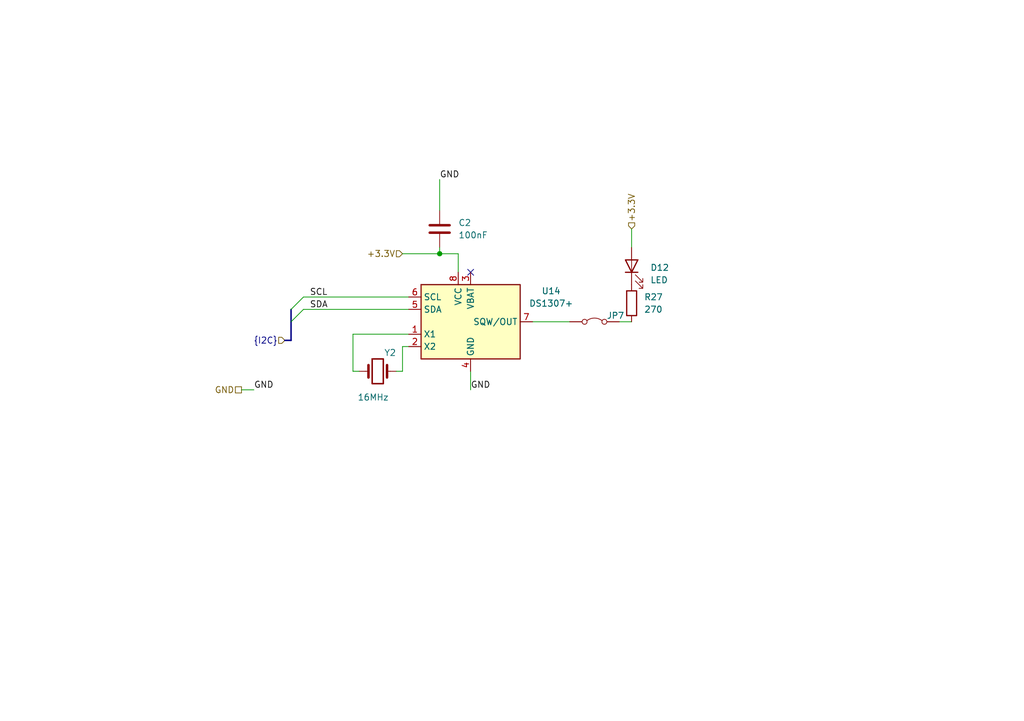
<source format=kicad_sch>
(kicad_sch (version 20231120) (generator "eeschema") (generator_version "8.0")
  (paper "A5")
  (title_block (title "RTC") (date "2024-08-29") (rev "1.0") (company "Designed by CREPP-NLG"))
  (lib_symbols
    (symbol "Device:C" (pin_numbers hide) (pin_names (offset 0.254))
      (property "Reference" "C" (at 0.635 2.54 0))
      (property "Value" "C" (at 0.635 -2.54 0))
      (symbol "C_0_1"
        (polyline (pts (xy -2.032 -0.762) (xy 2.032 -0.762)) (stroke (width 0.508)))
        (polyline (pts (xy -2.032 0.762) (xy 2.032 0.762)) (stroke (width 0.508)))
      )
      (symbol "C_1_1"
        (pin passive line (at 0 3.81 270) (length 2.794) (name "~") (number "1"))
        (pin passive line (at 0 -3.81 90) (length 2.794) (name "~") (number "2"))
      )
    )
    (symbol "Device:Crystal" (pin_numbers hide) (pin_names (offset 1.016) hide)
      (property "Reference" "Y" (at 0 3.81 0))
      (property "Value" "Crystal" (at 0 -3.81 0))
      (symbol "Crystal_0_1"
        (rectangle (start -1.143 2.54) (end 1.143 -2.54) (stroke (width 0.3048)))
        (polyline (pts (xy -2.54 0) (xy -1.905 0)))
        (polyline (pts (xy -1.905 -1.27) (xy -1.905 1.27)) (stroke (width 0.508)))
        (polyline (pts (xy 1.905 -1.27) (xy 1.905 1.27)) (stroke (width 0.508)))
        (polyline (pts (xy 2.54 0) (xy 1.905 0)))
      )
      (symbol "Crystal_1_1"
        (pin passive line (at -3.81 0 0) (length 1.27) (name "1") (number "1"))
        (pin passive line (at 3.81 0 180) (length 1.27) (name "2") (number "2"))
      )
    )
    (symbol "Device:LED" (pin_numbers hide) (pin_names (offset 1.016) hide)
      (property "Reference" "D" (at 0 2.54 0))
      (property "Value" "LED" (at 0 -2.54 0))
      (symbol "LED_0_1"
        (polyline (pts (xy -1.27 -1.27) (xy -1.27 1.27)) (stroke (width 0.254)))
        (polyline (pts (xy -1.27 0) (xy 1.27 0)))
        (polyline (pts (xy 1.27 -1.27) (xy 1.27 1.27) (xy -1.27 0) (xy 1.27 -1.27)) (stroke (width 0.254)))
        (polyline (pts (xy -3.048 -0.762) (xy -4.572 -2.286) (xy -3.81 -2.286) (xy -4.572 -2.286) (xy -4.572 -1.524)))
        (polyline (pts (xy -1.778 -0.762) (xy -3.302 -2.286) (xy -2.54 -2.286) (xy -3.302 -2.286) (xy -3.302 -1.524)))
      )
      (symbol "LED_1_1"
        (pin passive line (at -3.81 0 0) (length 2.54) (name "K") (number "1"))
        (pin passive line (at 3.81 0 180) (length 2.54) (name "A") (number "2"))
      )
    )
    (symbol "Device:R" (pin_numbers hide) (pin_names (offset 0))
      (property "Reference" "R" (at 2.032 0 90))
      (property "Value" "R" (at 0 0 90))
      (symbol "R_0_1"
        (rectangle (start -1.016 -2.54) (end 1.016 2.54) (stroke (width 0.254)))
      )
      (symbol "R_1_1"
        (pin passive line (at 0 3.81 270) (length 1.27) (name "~") (number "1"))
        (pin passive line (at 0 -3.81 90) (length 1.27) (name "~") (number "2"))
      )
    )
    (symbol "Jumper:Jumper_2_Bridged" (pin_numbers hide) (pin_names (offset 0) hide) (exclude_from_sim yes)
      (property "Reference" "JP" (at 0 1.905 0))
      (property "Value" "Jumper_2_Bridged" (at 0 -2.54 0))
      (symbol "Jumper_2_Bridged_0_0"
        (circle (center -2.032 0) (radius 0.508))
        (circle (center 2.032 0) (radius 0.508))
      )
      (symbol "Jumper_2_Bridged_0_1"
        (arc (start 1.524 0.254) (mid 0 0.762) (end -1.524 0.254))
      )
      (symbol "Jumper_2_Bridged_1_1"
        (pin passive line (at -5.08 0 0) (length 2.54) (name "A") (number "1"))
        (pin passive line (at 5.08 0 180) (length 2.54) (name "B") (number "2"))
      )
    )
    (symbol "Timer_RTC:DS1307+"
      (property "Reference" "U" (at -8.89 8.89 0))
      (property "Value" "DS1307+" (at 1.27 8.89 0))
      (symbol "DS1307+_0_1"
        (rectangle (start -10.16 7.62) (end 10.16 -7.62) (stroke (width 0.254)) (fill (type background)))
      )
      (symbol "DS1307+_1_1"
        (pin input line (at -12.7 -2.54 0) (length 2.54) (name "X1") (number "1"))
        (pin input line (at -12.7 -5.08 0) (length 2.54) (name "X2") (number "2"))
        (pin power_in line (at 0 10.16 270) (length 2.54) (name "VBAT") (number "3"))
        (pin power_in line (at 0 -10.16 90) (length 2.54) (name "GND") (number "4"))
        (pin bidirectional line (at -12.7 2.54 0) (length 2.54) (name "SDA") (number "5"))
        (pin input line (at -12.7 5.08 0) (length 2.54) (name "SCL") (number "6"))
        (pin open_collector line (at 12.7 0 180) (length 2.54) (name "SQW/OUT") (number "7"))
        (pin power_in line (at -2.54 10.16 270) (length 2.54) (name "VCC") (number "8"))
      )
    )
  )
  (junction (at 90.17 52.07))
  (no_connect (at 96.52 55.88))
  (bus_entry (at 62.23 63.5) (size -2.54 2.54))
  (bus_entry (at 62.23 60.96) (size -2.54 2.54))
  (bus (pts (xy 59.69 69.85) (xy 59.69 66.04)))
  (wire (pts (xy 83.82 71.12) (xy 82.55 71.12)))
  (wire (pts (xy 96.52 76.2) (xy 96.52 80.01)))
  (wire (pts (xy 72.39 68.58) (xy 83.82 68.58)))
  (wire (pts (xy 127 66.04) (xy 129.54 66.04)))
  (bus (pts (xy 58.42 69.85) (xy 59.69 69.85)))
  (wire (pts (xy 90.17 50.8) (xy 90.17 52.07)))
  (wire (pts (xy 72.39 76.2) (xy 72.39 68.58)))
  (wire (pts (xy 90.17 36.83) (xy 90.17 43.18)))
  (wire (pts (xy 62.23 60.96) (xy 83.82 60.96)))
  (wire (pts (xy 82.55 71.12) (xy 82.55 76.2)))
  (wire (pts (xy 49.53 80.01) (xy 52.07 80.01)))
  (wire (pts (xy 93.98 52.07) (xy 93.98 55.88)))
  (wire (pts (xy 129.54 46.99) (xy 129.54 50.8)))
  (wire (pts (xy 109.22 66.04) (xy 116.84 66.04)))
  (wire (pts (xy 73.66 76.2) (xy 72.39 76.2)))
  (bus (pts (xy 59.69 66.04) (xy 59.69 63.5)))
  (wire (pts (xy 62.23 63.5) (xy 83.82 63.5)))
  (wire (pts (xy 81.28 76.2) (xy 82.55 76.2)))
  (wire (pts (xy 82.55 52.07) (xy 90.17 52.07)))
  (wire (pts (xy 90.17 52.07) (xy 93.98 52.07)))
  (label "SCL" (at 63.5 60.96 0))
  (label "GND" (at 96.52 80.01 0))
  (label "SDA" (at 63.5 63.5 0))
  (label "GND" (at 52.07 80.01 0))
  (label "GND" (at 90.17 36.83 0))
  (hierarchical_label "GND" (shape passive) (at 49.53 80.01 180))
  (hierarchical_label "+3.3V" (shape input) (at 129.54 46.99 90))
  (hierarchical_label "+3.3V" (shape input) (at 82.55 52.07 180))
  (hierarchical_label "{I2C}" (shape input) (at 58.42 69.85 180))
  (symbol (lib_id "Jumper:Jumper_2_Bridged") (at 121.92 66.04 0) (unit 1) (exclude_from_sim yes)
    (property "Reference" "JP7" (at 126.238 64.77 0))
    (property "Value" "Jumper" (effects (hide yes)))
    (property "Footprint" "Connector_PinHeader_2.54mm:PinHeader_1x02_P2.54mm_Vertical" (effects (hide yes)))
    (property "Description" "Jumper, 2-pole, closed/bridged" (effects (hide yes)))
  )
  (symbol (lib_id "Timer_RTC:DS1307+") (at 96.52 66.04 0) (unit 1)
    (property "Reference" "U14" (at 113.03 59.7214 0))
    (property "Value" "DS1307+" (at 113.03 62.2614 0))
    (property "Footprint" "Package_DIP:DIP-8_W7.62mm" (effects (hide yes)))
    (property "Datasheet" "https://datasheets.maximintegrated.com/en/ds/DS1307.pdf" (effects (hide yes)))
    (property "Description" "64 x 8, Serial, I2C Real-time clock, 4.5V to 5.5V VCC, 0°C to +70°C, DIP-8" (effects (hide yes)))
  )
  (symbol (lib_id "Device:LED") (at 129.54 54.61 90) (unit 1)
    (property "Reference" "D12" (at 133.35 54.9275 90) (effects (justify right)))
    (property "Value" "LED" (at 133.35 57.4675 90) (effects (justify right)))
    (property "Footprint" "LED_THT:LED_D5.0mm" (effects (hide yes)))
  )
  (symbol (lib_id "Device:Crystal") (at 77.47 76.2 0) (unit 1) (exclude_from_sim yes)
    (property "Reference" "Y2" (at 81.28 72.39 0) (effects (justify right)))
    (property "Value" "16MHz" (at 79.756 81.534 0) (effects (justify right)))
    (property "Footprint" "Crystal:Crystal_AT310_D3.0mm_L10.0mm_Horizontal" (effects (hide yes)))
  )
  (symbol (lib_id "Device:C") (at 90.17 46.99 180) (unit 1)
    (property "Reference" "C2" (at 93.98 45.7199 0) (effects (justify right)))
    (property "Value" "100nF" (at 93.98 48.2599 0) (effects (justify right)))
    (property "Footprint" "Capacitor_SMD:C_0603_1608Metric" (effects (hide yes)))
    (property "Description" "Unpolarized capacitor" (effects (hide yes)))
  )
  (symbol (lib_id "Device:R") (at 129.54 62.23 0) (unit 1)
    (property "Reference" "R27" (at 132.08 60.96 0) (effects (justify left)))
    (property "Value" "270" (at 132.08 63.5 0) (effects (justify left)))
    (property "Footprint" "Resistor_THT:R_Axial_DIN0207_L6.3mm_D2.5mm_P7.62mm_Horizontal" (effects (hide yes)))
  )
)
</source>
